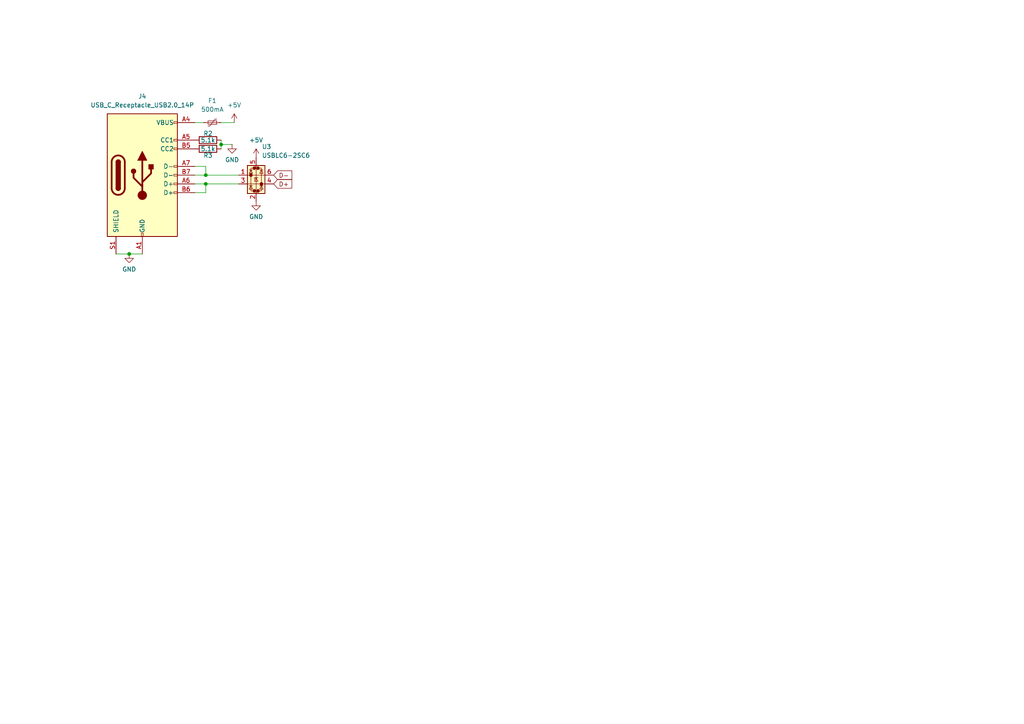
<source format=kicad_sch>
(kicad_sch (version 20231120) (generator "eeschema") (generator_version "8.0")
  (paper "A4")
  (lib_symbols
    (symbol "Connector:USB_C_Receptacle_USB2.0_14P" (pin_names (offset 1.016))
      (property "Reference" "J" (at 0 22.225 0))
      (property "Value" "USB_C_Receptacle_USB2.0_14P" (at 0 19.685 0))
      (symbol "USB_C_Receptacle_USB2.0_14P_0_0"
        (rectangle (start -0.254 -17.78) (end 0.254 -16.764))
        (rectangle (start 10.16 -4.826) (end 9.144 -5.334))
        (rectangle (start 10.16 -2.286) (end 9.144 -2.794))
        (rectangle (start 10.16 0.254) (end 9.144 -0.254))
        (rectangle (start 10.16 2.794) (end 9.144 2.286))
        (rectangle (start 10.16 7.874) (end 9.144 7.366))
        (rectangle (start 10.16 10.414) (end 9.144 9.906))
        (rectangle (start 10.16 15.494) (end 9.144 14.986))
      )
      (symbol "USB_C_Receptacle_USB2.0_14P_0_1"
        (rectangle (start -10.16 17.78) (end 10.16 -17.78) (stroke (width 0.254)) (fill (type background)))
        (arc (start -8.89 -3.81) (mid -6.985 -5.7067) (end -5.08 -3.81) (stroke (width 0.508)))
        (arc (start -7.62 -3.81) (mid -6.985 -4.4423) (end -6.35 -3.81) (stroke (width 0.254)))
        (arc (start -7.62 -3.81) (mid -6.985 -4.4423) (end -6.35 -3.81) (stroke (width 0.254)) (fill (type outline)))
        (rectangle (start -7.62 -3.81) (end -6.35 3.81) (stroke (width 0.254)) (fill (type outline)))
        (arc (start -6.35 3.81) (mid -6.985 4.4423) (end -7.62 3.81) (stroke (width 0.254)))
        (arc (start -6.35 3.81) (mid -6.985 4.4423) (end -7.62 3.81) (stroke (width 0.254)) (fill (type outline)))
        (arc (start -5.08 3.81) (mid -6.985 5.7067) (end -8.89 3.81) (stroke (width 0.508)))
        (circle (center -2.54 1.143) (radius 0.635) (stroke (width 0.254)) (fill (type outline)))
        (circle (center 0 -5.842) (radius 1.27) (fill (type outline)))
        (polyline (pts (xy -8.89 -3.81) (xy -8.89 3.81)) (stroke (width 0.508)))
        (polyline (pts (xy -5.08 3.81) (xy -5.08 -3.81)) (stroke (width 0.508)))
        (polyline (pts (xy 0 -5.842) (xy 0 4.318)) (stroke (width 0.508)))
        (polyline (pts (xy 0 -3.302) (xy -2.54 -0.762) (xy -2.54 0.508)) (stroke (width 0.508)))
        (polyline (pts (xy 0 -2.032) (xy 2.54 0.508) (xy 2.54 1.778)) (stroke (width 0.508)))
        (polyline (pts (xy -1.27 4.318) (xy 0 6.858) (xy 1.27 4.318) (xy -1.27 4.318)) (stroke (width 0.254)) (fill (type outline)))
        (rectangle (start 1.905 1.778) (end 3.175 3.048) (stroke (width 0.254)) (fill (type outline)))
      )
      (symbol "USB_C_Receptacle_USB2.0_14P_1_1"
        (pin passive line (at 0 -22.86 90) (length 5.08) (name "GND") (number "A1"))
        (pin passive line (at 0 -22.86 90) (length 5.08) hide (name "GND") (number "A12"))
        (pin passive line (at 15.24 15.24 180) (length 5.08) (name "VBUS") (number "A4"))
        (pin bidirectional line (at 15.24 10.16 180) (length 5.08) (name "CC1") (number "A5"))
        (pin bidirectional line (at 15.24 -2.54 180) (length 5.08) (name "D+") (number "A6"))
        (pin bidirectional line (at 15.24 2.54 180) (length 5.08) (name "D-") (number "A7"))
        (pin passive line (at 15.24 15.24 180) (length 5.08) hide (name "VBUS") (number "A9"))
        (pin passive line (at 0 -22.86 90) (length 5.08) hide (name "GND") (number "B1"))
        (pin passive line (at 0 -22.86 90) (length 5.08) hide (name "GND") (number "B12"))
        (pin passive line (at 15.24 15.24 180) (length 5.08) hide (name "VBUS") (number "B4"))
        (pin bidirectional line (at 15.24 7.62 180) (length 5.08) (name "CC2") (number "B5"))
        (pin bidirectional line (at 15.24 -5.08 180) (length 5.08) (name "D+") (number "B6"))
        (pin bidirectional line (at 15.24 0 180) (length 5.08) (name "D-") (number "B7"))
        (pin passive line (at 15.24 15.24 180) (length 5.08) hide (name "VBUS") (number "B9"))
        (pin passive line (at -7.62 -22.86 90) (length 5.08) (name "SHIELD") (number "S1"))
      )
    )
    (symbol "Device:Polyfuse_Small" (pin_numbers hide) (pin_names (offset 0))
      (property "Reference" "F" (at -1.905 0 90))
      (property "Value" "Polyfuse_Small" (at 1.905 0 90))
      (symbol "Polyfuse_Small_0_1"
        (rectangle (start -0.508 1.27) (end 0.508 -1.27))
        (polyline (pts (xy 0 2.54) (xy 0 -2.54)))
        (polyline (pts (xy -1.016 1.27) (xy -1.016 0.762) (xy 1.016 -0.762) (xy 1.016 -1.27)))
      )
      (symbol "Polyfuse_Small_1_1"
        (pin passive line (at 0 2.54 270) (length 0.635) (name "~") (number "1"))
        (pin passive line (at 0 -2.54 90) (length 0.635) (name "~") (number "2"))
      )
    )
    (symbol "Device:R" (pin_numbers hide) (pin_names (offset 0))
      (property "Reference" "R" (at 2.032 0 90))
      (property "Value" "R" (at 0 0 90))
      (symbol "R_0_1"
        (rectangle (start -1.016 -2.54) (end 1.016 2.54) (stroke (width 0.254)))
      )
      (symbol "R_1_1"
        (pin passive line (at 0 3.81 270) (length 1.27) (name "~") (number "1"))
        (pin passive line (at 0 -3.81 90) (length 1.27) (name "~") (number "2"))
      )
    )
    (symbol "Power_Protection:USBLC6-2SC6" (pin_names hide)
      (property "Reference" "U" (at 0.635 5.715 0))
      (property "Value" "USBLC6-2SC6" (at 0.635 3.81 0))
      (symbol "USBLC6-2SC6_0_0"
        (circle (center -1.524 0) (radius 0.0001) (stroke (width 0.508)))
        (circle (center -0.508 -4.572) (radius 0.0001) (stroke (width 0.508)))
        (circle (center -0.508 2.032) (radius 0.0001) (stroke (width 0.508)))
        (circle (center 0.508 -4.572) (radius 0.0001) (stroke (width 0.508)))
        (circle (center 0.508 2.032) (radius 0.0001) (stroke (width 0.508)))
        (circle (center 1.524 -2.54) (radius 0.0001) (stroke (width 0.508)))
      )
      (symbol "USBLC6-2SC6_0_1"
        (polyline (pts (xy -2.54 -2.54) (xy 2.54 -2.54)))
        (polyline (pts (xy -2.54 0) (xy 2.54 0)))
        (polyline (pts (xy -2.032 -3.048) (xy -1.016 -3.048)))
        (polyline (pts (xy -1.016 1.524) (xy -2.032 1.524)))
        (polyline (pts (xy 1.016 -3.048) (xy 2.032 -3.048)))
        (polyline (pts (xy 1.016 1.524) (xy 2.032 1.524)))
        (polyline (pts (xy -0.508 -1.143) (xy -0.508 -0.762) (xy 0.508 -0.762)))
        (polyline (pts (xy -2.032 0.508) (xy -1.016 0.508) (xy -1.524 1.524) (xy -2.032 0.508)))
        (polyline (pts (xy -1.016 -4.064) (xy -2.032 -4.064) (xy -1.524 -3.048) (xy -1.016 -4.064)))
        (polyline (pts (xy 0.508 -1.778) (xy -0.508 -1.778) (xy 0 -0.762) (xy 0.508 -1.778)))
        (polyline (pts (xy 2.032 -4.064) (xy 1.016 -4.064) (xy 1.524 -3.048) (xy 2.032 -4.064)))
        (polyline (pts (xy 2.032 0.508) (xy 1.016 0.508) (xy 1.524 1.524) (xy 2.032 0.508)))
        (polyline (pts (xy 0 2.54) (xy -0.508 2.032) (xy 0.508 2.032) (xy 0 1.524) (xy 0 -4.064) (xy -0.508 -4.572) (xy 0.508 -4.572) (xy 0 -5.08)))
      )
      (symbol "USBLC6-2SC6_1_1"
        (rectangle (start -2.54 2.794) (end 2.54 -5.334) (stroke (width 0.254)) (fill (type background)))
        (polyline (pts (xy -0.508 2.032) (xy -1.524 2.032) (xy -1.524 -4.572) (xy -0.508 -4.572)))
        (polyline (pts (xy 0.508 -4.572) (xy 1.524 -4.572) (xy 1.524 2.032) (xy 0.508 2.032)))
        (pin passive line (at -5.08 0 0) (length 2.54) (name "I/O1") (number "1"))
        (pin passive line (at 0 -7.62 90) (length 2.54) (name "GND") (number "2"))
        (pin passive line (at -5.08 -2.54 0) (length 2.54) (name "I/O2") (number "3"))
        (pin passive line (at 5.08 -2.54 180) (length 2.54) (name "I/O2") (number "4"))
        (pin passive line (at 0 5.08 270) (length 2.54) (name "VBUS") (number "5"))
        (pin passive line (at 5.08 0 180) (length 2.54) (name "I/O1") (number "6"))
      )
    )
    (symbol "power:+5V" (power) (pin_numbers hide) (pin_names (offset 0) hide)
      (property "Value" "+5V" (at 0 3.556 0))
      (symbol "+5V_0_1"
        (polyline (pts (xy -0.762 1.27) (xy 0 2.54)))
        (polyline (pts (xy 0 0) (xy 0 2.54)))
        (polyline (pts (xy 0 2.54) (xy 0.762 1.27)))
      )
      (symbol "+5V_1_1"
        (pin power_in line (at 0 0 90) (length 0) (name "~") (number "1"))
      )
    )
    (symbol "power:GND" (power) (pin_numbers hide) (pin_names (offset 0) hide)
      (property "Value" "GND" (at 0 -3.81 0))
      (symbol "GND_0_1"
        (polyline (pts (xy 0 0) (xy 0 -1.27) (xy 1.27 -1.27) (xy 0 -2.54) (xy -1.27 -1.27) (xy 0 -1.27)))
      )
      (symbol "GND_1_1"
        (pin power_in line (at 0 0 270) (length 0) (name "~") (number "1"))
      )
    )
  )
  (junction (at 37.465 73.66))
  (junction (at 59.69 53.34))
  (junction (at 64.135 41.91))
  (junction (at 59.69 50.8))
  (wire (pts (xy 37.465 73.66) (xy 41.275 73.66)))
  (wire (pts (xy 67.31 41.91) (xy 64.135 41.91)))
  (wire (pts (xy 59.69 50.8) (xy 69.215 50.8)))
  (wire (pts (xy 59.69 55.88) (xy 59.69 53.34)))
  (wire (pts (xy 56.515 53.34) (xy 59.69 53.34)))
  (wire (pts (xy 64.135 41.91) (xy 64.135 40.64)))
  (wire (pts (xy 59.69 50.8) (xy 59.69 48.26)))
  (wire (pts (xy 64.135 35.56) (xy 67.945 35.56)))
  (wire (pts (xy 64.135 41.91) (xy 64.135 43.18)))
  (wire (pts (xy 56.515 50.8) (xy 59.69 50.8)))
  (wire (pts (xy 33.655 73.66) (xy 37.465 73.66)))
  (wire (pts (xy 56.515 55.88) (xy 59.69 55.88)))
  (wire (pts (xy 59.69 48.26) (xy 56.515 48.26)))
  (wire (pts (xy 56.515 35.56) (xy 59.055 35.56)))
  (wire (pts (xy 59.69 53.34) (xy 69.215 53.34)))
  (global_label "D+" (shape input) (at 79.375 53.34 0) (property "Intersheetrefs" "${INTERSHEET_REFS}" (effects (hide yes))))
  (global_label "D-" (shape input) (at 79.375 50.8 0) (property "Intersheetrefs" "${INTERSHEET_REFS}" (effects (hide yes))))
  (symbol (lib_id "power:GND") (at 37.465 73.66 0) (unit 1)
    (property "Reference" "#PWR023" (effects (hide yes)))
    (property "Value" "GND" (at 37.465 78.105 0))
    (property "Description" "Power symbol creates a global label with name \"GND\" , ground" (effects (hide yes)))
  )
  (symbol (lib_id "Device:Polyfuse_Small") (at 61.595 35.56 90) (unit 1)
    (property "Reference" "F1" (at 61.595 29.21 90))
    (property "Value" "500mA" (at 61.595 31.75 90))
    (property "Footprint" "Fuse:Fuse_0805_2012Metric" (effects (hide yes)))
    (property "Description" "Resettable fuse, polymeric positive temperature coefficient, small symbol" (effects (hide yes)))
  )
  (symbol (lib_id "power:GND") (at 67.31 41.91 0) (unit 1)
    (property "Reference" "#PWR021" (effects (hide yes)))
    (property "Value" "GND" (at 67.31 46.355 0))
    (property "Description" "Power symbol creates a global label with name \"GND\" , ground" (effects (hide yes)))
  )
  (symbol (lib_id "Power_Protection:USBLC6-2SC6") (at 74.295 50.8 0) (unit 1)
    (property "Reference" "U3" (at 75.9461 42.545 0) (effects (justify left)))
    (property "Value" "USBLC6-2SC6" (at 75.9461 45.085 0) (effects (justify left)))
    (property "Footprint" "Package_TO_SOT_SMD:SOT-23-6" (effects (hide yes)))
    (property "Datasheet" "https://www.st.com/resource/en/datasheet/usblc6-2.pdf" (effects (hide yes)))
    (property "Description" "Very low capacitance ESD protection diode, 2 data-line, SOT-23-6" (effects (hide yes)))
  )
  (symbol (lib_id "Device:R") (at 60.325 40.64 90) (unit 1)
    (property "Reference" "R2" (at 60.325 38.735 90))
    (property "Value" "5.1k" (at 60.325 40.64 90))
    (property "Footprint" "Resistor_SMD:R_0603_1608Metric" (effects (hide yes)))
    (property "Description" "Resistor" (effects (hide yes)))
  )
  (symbol (lib_id "power:+5V") (at 67.945 35.56 0) (unit 1)
    (property "Reference" "#PWR020" (effects (hide yes)))
    (property "Value" "+5V" (at 67.945 30.48 0))
    (property "Description" "Power symbol creates a global label with name \"+5V\"" (effects (hide yes)))
  )
  (symbol (lib_id "power:+5V") (at 74.295 45.72 0) (unit 1)
    (property "Reference" "#PWR022" (effects (hide yes)))
    (property "Value" "+5V" (at 74.295 40.64 0))
    (property "Description" "Power symbol creates a global label with name \"+5V\"" (effects (hide yes)))
  )
  (symbol (lib_id "Connector:USB_C_Receptacle_USB2.0_14P") (at 41.275 50.8 0) (unit 1)
    (property "Reference" "J4" (at 41.275 27.94 0))
    (property "Value" "USB_C_Receptacle_USB2.0_14P" (at 41.275 30.48 0))
    (property "Footprint" "Connector_USB:USB_C_Receptacle_HRO_TYPE-C-31-M-12" (effects (hide yes)))
    (property "Datasheet" "https://www.usb.org/sites/default/files/documents/usb_type-c.zip" (effects (hide yes)))
    (property "Description" "USB 2.0-only 14P Type-C Receptacle connector" (effects (hide yes)))
  )
  (symbol (lib_id "Device:R") (at 60.325 43.18 270) (unit 1)
    (property "Reference" "R3" (at 60.325 45.085 90))
    (property "Value" "5.1k" (at 60.325 43.18 90))
    (property "Footprint" "Resistor_SMD:R_0603_1608Metric" (effects (hide yes)))
    (property "Description" "Resistor" (effects (hide yes)))
  )
  (symbol (lib_id "power:GND") (at 74.295 58.42 0) (unit 1)
    (property "Reference" "#PWR024" (effects (hide yes)))
    (property "Value" "GND" (at 74.295 62.865 0))
    (property "Description" "Power symbol creates a global label with name \"GND\" , ground" (effects (hide yes)))
  )
)
</source>
